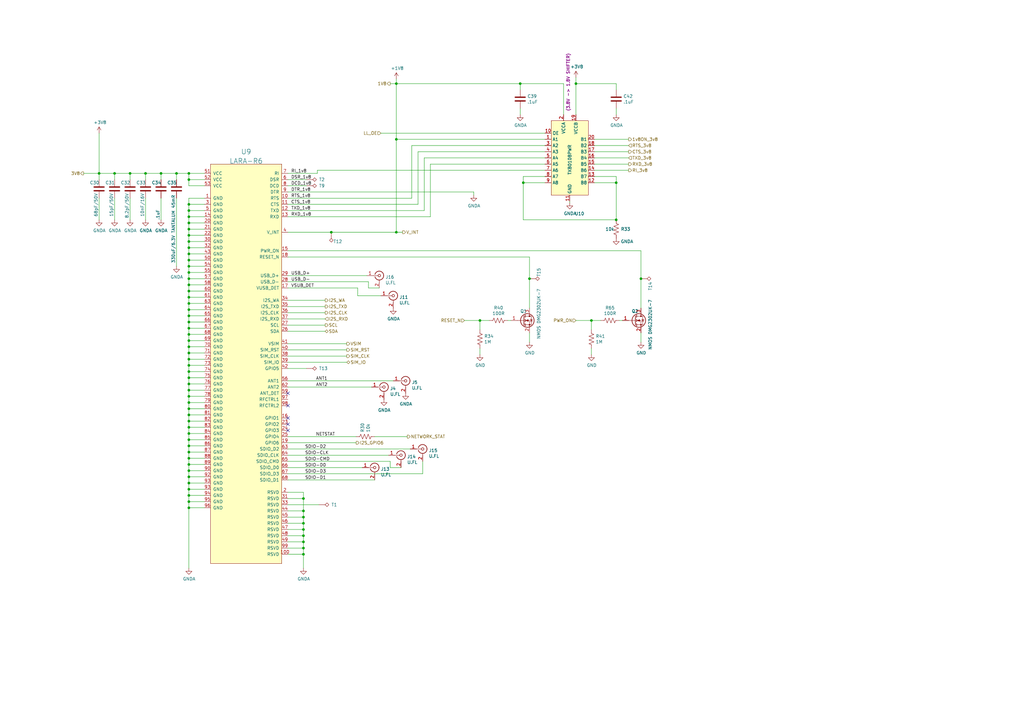
<source format=kicad_sch>
(kicad_sch (version 20211123) (generator eeschema)
  (paper "A3")
  (title_block (title "RCP 4G CELLULAR MODEM"))
  (lib_symbols
    (symbol "Connector:Conn_Coaxial" (pin_names (offset 1.016) hide)
      (property "Reference" "J" (at 0.254 3.048 0))
      (property "Value" "Conn_Coaxial" (at 2.921 0 90))
      (symbol "Conn_Coaxial_0_1"
        (arc (start -1.778 -0.508) (mid 0.222 -1.808) (end 1.778 0) (stroke (width 0.254)))
        (polyline (pts (xy -2.54 0) (xy -0.508 0)))
        (polyline (pts (xy 0 -2.54) (xy 0 -1.778)))
        (circle (center 0 0) (radius 0.508) (stroke (width 0.2032)))
        (arc (start 1.778 0) (mid 0.222 1.8083) (end -1.778 0.508) (stroke (width 0.254)))
      )
      (symbol "Conn_Coaxial_1_1"
        (pin passive line (at -5.08 0 0) (length 2.54) (name "In") (number "1"))
        (pin passive line (at 0 -5.08 90) (length 2.54) (name "Ext") (number "2"))
      )
    )
    (symbol "Connector:TestPoint_Alt" (pin_numbers hide) (pin_names (offset 0.762) hide)
      (property "Reference" "TP" (at 0 6.858 0))
      (property "Value" "TestPoint_Alt" (at 0 5.08 0))
      (symbol "TestPoint_Alt_0_1"
        (polyline (pts (xy 0 2.54) (xy -0.762 3.302) (xy 0 4.064) (xy 0.762 3.302) (xy 0 2.54)))
      )
      (symbol "TestPoint_Alt_1_1"
        (pin passive line (at 0 0 90) (length 2.54) (name "1") (number "1"))
      )
    )
    (symbol "Device:C" (pin_numbers hide) (pin_names (offset 0.254))
      (property "Reference" "C" (at 0.635 2.54 0))
      (property "Value" "C" (at 0.635 -2.54 0))
      (symbol "C_0_1"
        (polyline (pts (xy -2.032 -0.762) (xy 2.032 -0.762)) (stroke (width 0.508)))
        (polyline (pts (xy -2.032 0.762) (xy 2.032 0.762)) (stroke (width 0.508)))
      )
      (symbol "C_1_1"
        (pin passive line (at 0 3.81 270) (length 2.794) (name "~") (number "1"))
        (pin passive line (at 0 -3.81 90) (length 2.794) (name "~") (number "2"))
      )
    )
    (symbol "Device:Q_NMOS_GSD" (pin_names (offset 0) hide)
      (property "Reference" "Q" (at 5.08 1.27 0))
      (property "Value" "Q_NMOS_GSD" (at 5.08 -1.27 0))
      (symbol "Q_NMOS_GSD_0_1"
        (polyline (pts (xy 0.254 0) (xy -2.54 0)))
        (polyline (pts (xy 0.254 1.905) (xy 0.254 -1.905)) (stroke (width 0.254)))
        (polyline (pts (xy 0.762 -1.27) (xy 0.762 -2.286)) (stroke (width 0.254)))
        (polyline (pts (xy 0.762 0.508) (xy 0.762 -0.508)) (stroke (width 0.254)))
        (polyline (pts (xy 0.762 2.286) (xy 0.762 1.27)) (stroke (width 0.254)))
        (polyline (pts (xy 2.54 2.54) (xy 2.54 1.778)))
        (polyline (pts (xy 2.54 -2.54) (xy 2.54 0) (xy 0.762 0)))
        (polyline (pts (xy 0.762 -1.778) (xy 3.302 -1.778) (xy 3.302 1.778) (xy 0.762 1.778)))
        (polyline (pts (xy 1.016 0) (xy 2.032 0.381) (xy 2.032 -0.381) (xy 1.016 0)) (fill (type outline)))
        (polyline (pts (xy 2.794 0.508) (xy 2.921 0.381) (xy 3.683 0.381) (xy 3.81 0.254)))
        (polyline (pts (xy 3.302 0.381) (xy 2.921 -0.254) (xy 3.683 -0.254) (xy 3.302 0.381)))
        (circle (center 1.651 0) (radius 2.794) (stroke (width 0.254)))
        (circle (center 2.54 -1.778) (radius 0.254) (fill (type outline)))
        (circle (center 2.54 1.778) (radius 0.254) (fill (type outline)))
      )
      (symbol "Q_NMOS_GSD_1_1"
        (pin input line (at -5.08 0 0) (length 2.54) (name "G") (number "1"))
        (pin passive line (at 2.54 -5.08 90) (length 2.54) (name "S") (number "2"))
        (pin passive line (at 2.54 5.08 270) (length 2.54) (name "D") (number "3"))
      )
    )
    (symbol "Device:R_US" (pin_numbers hide) (pin_names (offset 0))
      (property "Reference" "R" (at 2.54 0 90))
      (property "Value" "R_US" (at -2.54 0 90))
      (symbol "R_US_0_1"
        (polyline (pts (xy 0 -2.286) (xy 0 -2.54)))
        (polyline (pts (xy 0 2.286) (xy 0 2.54)))
        (polyline (pts (xy 0 -0.762) (xy 1.016 -1.143) (xy 0 -1.524) (xy -1.016 -1.905) (xy 0 -2.286)))
        (polyline (pts (xy 0 0.762) (xy 1.016 0.381) (xy 0 0) (xy -1.016 -0.381) (xy 0 -0.762)))
        (polyline (pts (xy 0 2.286) (xy 1.016 1.905) (xy 0 1.524) (xy -1.016 1.143) (xy 0 0.762)))
      )
      (symbol "R_US_1_1"
        (pin passive line (at 0 3.81 270) (length 1.27) (name "~") (number "1"))
        (pin passive line (at 0 -3.81 90) (length 1.27) (name "~") (number "2"))
      )
    )
    (symbol "MyLibrary:LARA-R6" (pin_names (offset 1.016))
      (property "Reference" "U9" (at -14.605 121.92 0))
      (property "Value" "LARA-R6" (at -14.605 118.11 0))
      (symbol "LARA-R6_0_1"
        (rectangle (start -29.21 116.84) (end 0 -46.99) (fill (type background)))
      )
      (symbol "LARA-R6_1_1"
        (pin power_in line (at -31.75 102.87 0) (length 2.54) (name "GND") (number "1"))
        (pin input line (at 2.54 102.87 180) (length 2.54) (name "RTS") (number "10"))
        (pin bidirectional line (at 2.54 -43.18 180) (length 2.54) (name "RSVD") (number "100"))
        (pin output line (at 2.54 100.33 180) (length 2.54) (name "CTS") (number "11"))
        (pin input line (at 2.54 97.79 180) (length 2.54) (name "TXD") (number "12"))
        (pin output line (at 2.54 95.25 180) (length 2.54) (name "RXD") (number "13"))
        (pin power_in line (at -31.75 95.25 0) (length 2.54) (name "GND") (number "14"))
        (pin input line (at 2.54 81.28 180) (length 2.54) (name "PWR_ON") (number "15"))
        (pin bidirectional line (at 2.54 12.7 180) (length 2.54) (name "GPIO1") (number "16"))
        (pin bidirectional line (at 2.54 66.04 180) (length 2.54) (name "VUSB_DET") (number "17"))
        (pin input line (at 2.54 78.74 180) (length 2.54) (name "RESET_N") (number "18"))
        (pin bidirectional line (at 2.54 2.54 180) (length 2.54) (name "GPIO6") (number "19"))
        (pin bidirectional line (at 2.54 -17.78 180) (length 2.54) (name "RSVD") (number "2"))
        (pin power_in line (at -31.75 92.71 0) (length 2.54) (name "GND") (number "20"))
        (pin power_in line (at -31.75 90.17 0) (length 2.54) (name "GND") (number "21"))
        (pin power_in line (at -31.75 87.63 0) (length 2.54) (name "GND") (number "22"))
        (pin bidirectional line (at 2.54 10.16 180) (length 2.54) (name "GPIO2") (number "23"))
        (pin bidirectional line (at 2.54 7.62 180) (length 2.54) (name "GPIO3") (number "24"))
        (pin bidirectional line (at 2.54 5.08 180) (length 2.54) (name "GPIO4") (number "25"))
        (pin bidirectional line (at 2.54 48.26 180) (length 2.54) (name "SDA") (number "26"))
        (pin output line (at 2.54 50.8 180) (length 2.54) (name "SCL") (number "27"))
        (pin bidirectional line (at 2.54 68.58 180) (length 2.54) (name "USB_D-") (number "28"))
        (pin bidirectional line (at 2.54 71.12 180) (length 2.54) (name "USB_D+") (number "29"))
        (pin bidirectional line (at -31.75 100.33 0) (length 2.54) (name "GND") (number "3"))
        (pin power_in line (at -31.75 85.09 0) (length 2.54) (name "GND") (number "30"))
        (pin bidirectional line (at 2.54 -20.32 180) (length 2.54) (name "RSVD") (number "31"))
        (pin power_in line (at -31.75 82.55 0) (length 2.54) (name "GND") (number "32"))
        (pin bidirectional line (at 2.54 -22.86 180) (length 2.54) (name "RSVD") (number "33"))
        (pin output line (at 2.54 60.96 180) (length 2.54) (name "I2S_WA") (number "34"))
        (pin output line (at 2.54 58.42 180) (length 2.54) (name "I2S_TXD") (number "35"))
        (pin output line (at 2.54 55.88 180) (length 2.54) (name "I2S_CLK") (number "36"))
        (pin input line (at 2.54 53.34 180) (length 2.54) (name "I2S_RXD") (number "37"))
        (pin output line (at 2.54 38.1 180) (length 2.54) (name "SIM_CLK") (number "38"))
        (pin bidirectional line (at 2.54 35.56 180) (length 2.54) (name "SIM_IO") (number "39"))
        (pin power_out line (at 2.54 88.9 180) (length 2.54) (name "V_INT") (number "4"))
        (pin output line (at 2.54 40.64 180) (length 2.54) (name "SIM_RST") (number "40"))
        (pin power_out line (at 2.54 43.18 180) (length 2.54) (name "VSIM") (number "41"))
        (pin bidirectional line (at 2.54 33.02 180) (length 2.54) (name "GPIO5") (number "42"))
        (pin power_in line (at -31.75 80.01 0) (length 2.54) (name "GND") (number "43"))
        (pin bidirectional line (at 2.54 -25.4 180) (length 2.54) (name "RSVD") (number "44"))
        (pin bidirectional line (at 2.54 -27.94 180) (length 2.54) (name "RSVD") (number "45"))
        (pin bidirectional line (at 2.54 -30.48 180) (length 2.54) (name "RSVD") (number "46"))
        (pin bidirectional line (at 2.54 -33.02 180) (length 2.54) (name "RSVD") (number "47"))
        (pin bidirectional line (at 2.54 -35.56 180) (length 2.54) (name "RSVD") (number "48"))
        (pin bidirectional line (at 2.54 -38.1 180) (length 2.54) (name "RSVD") (number "49"))
        (pin power_in line (at -31.75 97.79 0) (length 2.54) (name "GND") (number "5"))
        (pin power_in line (at -31.75 77.47 0) (length 2.54) (name "GND") (number "50"))
        (pin power_in line (at -31.75 113.03 0) (length 2.54) (name "VCC") (number "51"))
        (pin power_in line (at -31.75 110.49 0) (length 2.54) (name "VCC") (number "52"))
        (pin power_in line (at -31.75 107.95 0) (length 2.54) (name "VCC") (number "53"))
        (pin power_in line (at -31.75 74.93 0) (length 2.54) (name "GND") (number "54"))
        (pin power_in line (at -31.75 72.39 0) (length 2.54) (name "GND") (number "55"))
        (pin bidirectional line (at 2.54 27.94 180) (length 2.54) (name "ANT1") (number "56"))
        (pin power_in line (at -31.75 69.85 0) (length 2.54) (name "GND") (number "57"))
        (pin power_in line (at -31.75 67.31 0) (length 2.54) (name "GND") (number "58"))
        (pin input line (at 2.54 22.86 180) (length 2.54) (name "ANT_DET") (number "59"))
        (pin output line (at 2.54 110.49 180) (length 2.54) (name "DSR") (number "6"))
        (pin power_in line (at -31.75 64.77 0) (length 2.54) (name "GND") (number "60"))
        (pin power_in line (at -31.75 62.23 0) (length 2.54) (name "GND") (number "61"))
        (pin input line (at 2.54 25.4 180) (length 2.54) (name "ANT2") (number "62"))
        (pin power_in line (at -31.75 59.69 0) (length 2.54) (name "GND") (number "63"))
        (pin bidirectional line (at 2.54 0 180) (length 2.54) (name "SDIO_D2") (number "63"))
        (pin power_in line (at -31.75 57.15 0) (length 2.54) (name "GND") (number "64"))
        (pin output line (at 2.54 -2.54 180) (length 2.54) (name "SDIO_CLK") (number "64"))
        (pin power_in line (at -31.75 54.61 0) (length 2.54) (name "GND") (number "65"))
        (pin bidirectional line (at 2.54 -5.08 180) (length 2.54) (name "SDIO_CMD") (number "65"))
        (pin power_in line (at -31.75 52.07 0) (length 2.54) (name "GND") (number "66"))
        (pin bidirectional line (at 2.54 -7.62 180) (length 2.54) (name "SDIO_D0") (number "66"))
        (pin power_in line (at -31.75 49.53 0) (length 2.54) (name "GND") (number "67"))
        (pin bidirectional line (at 2.54 -10.16 180) (length 2.54) (name "SDIO_D3") (number "67"))
        (pin power_in line (at -31.75 46.99 0) (length 2.54) (name "GND") (number "68"))
        (pin bidirectional line (at 2.54 -12.7 180) (length 2.54) (name "SDIO_D1") (number "68"))
        (pin power_in line (at -31.75 44.45 0) (length 2.54) (name "GND") (number "69"))
        (pin output line (at 2.54 113.03 180) (length 2.54) (name "RI") (number "7"))
        (pin power_in line (at -31.75 41.91 0) (length 2.54) (name "GND") (number "70"))
        (pin power_in line (at -31.75 39.37 0) (length 2.54) (name "GND") (number "71"))
        (pin power_in line (at -31.75 36.83 0) (length 2.54) (name "GND") (number "72"))
        (pin power_in line (at -31.75 34.29 0) (length 2.54) (name "GND") (number "73"))
        (pin power_in line (at -31.75 31.75 0) (length 2.54) (name "GND") (number "74"))
        (pin power_in line (at -31.75 29.21 0) (length 2.54) (name "GND") (number "75"))
        (pin power_in line (at -31.75 26.67 0) (length 2.54) (name "GND") (number "76"))
        (pin power_in line (at -31.75 24.13 0) (length 2.54) (name "GND") (number "77"))
        (pin power_in line (at -31.75 21.59 0) (length 2.54) (name "GND") (number "78"))
        (pin power_in line (at -31.75 19.05 0) (length 2.54) (name "GND") (number "79"))
        (pin output line (at 2.54 107.95 180) (length 2.54) (name "DCD") (number "8"))
        (pin power_in line (at -31.75 16.51 0) (length 2.54) (name "GND") (number "80"))
        (pin power_in line (at -31.75 13.97 0) (length 2.54) (name "GND") (number "81"))
        (pin power_in line (at -31.75 11.43 0) (length 2.54) (name "GND") (number "82"))
        (pin power_in line (at -31.75 8.89 0) (length 2.54) (name "GND") (number "83"))
        (pin power_in line (at -31.75 6.35 0) (length 2.54) (name "GND") (number "84"))
        (pin power_in line (at -31.75 3.81 0) (length 2.54) (name "GND") (number "85"))
        (pin power_in line (at -31.75 1.27 0) (length 2.54) (name "GND") (number "86"))
        (pin power_in line (at -31.75 -1.27 0) (length 2.54) (name "GND") (number "87"))
        (pin power_in line (at -31.75 -3.81 0) (length 2.54) (name "GND") (number "88"))
        (pin power_in line (at -31.75 -6.35 0) (length 2.54) (name "GND") (number "89"))
        (pin input line (at 2.54 105.41 180) (length 2.54) (name "DTR") (number "9"))
        (pin power_in line (at -31.75 -8.89 0) (length 2.54) (name "GND") (number "90"))
        (pin power_in line (at -31.75 -11.43 0) (length 2.54) (name "GND") (number "92"))
        (pin power_in line (at -31.75 -16.51 0) (length 2.54) (name "GND") (number "93"))
        (pin power_in line (at -31.75 -13.97 0) (length 2.54) (name "GND") (number "93"))
        (pin power_in line (at -31.75 -19.05 0) (length 2.54) (name "GND") (number "94"))
        (pin power_in line (at -31.75 -21.59 0) (length 2.54) (name "GND") (number "95"))
        (pin power_in line (at -31.75 -24.13 0) (length 2.54) (name "GND") (number "96"))
        (pin output line (at 2.54 20.32 180) (length 2.54) (name "RFCTRL1") (number "97"))
        (pin output line (at 2.54 17.78 180) (length 2.54) (name "RFCTRL2") (number "98"))
        (pin bidirectional line (at 2.54 -40.64 180) (length 2.54) (name "RSVD") (number "99"))
      )
    )
    (symbol "MyLibrary:TXB0108PWR"
      (property "Reference" "U" (at 1.27 7.62 0))
      (property "Value" "TXB0108PWR" (at 0 -0.635 90))
      (symbol "TXB0108PWR_0_1"
        (rectangle (start -7.62 13.97) (end 7.62 -16.51) (fill (type background)))
      )
      (symbol "TXB0108PWR_1_1"
        (pin bidirectional line (at -10.16 6.35 0) (length 2.54) (name "A1") (number "1"))
        (pin bidirectional line (at -10.16 8.89 0) (length 2.54) (name "OE") (number "10"))
        (pin bidirectional line (at 0 -19.05 90) (length 2.54) (name "GND") (number "11"))
        (pin bidirectional line (at 10.16 -11.43 180) (length 2.54) (name "B8") (number "12"))
        (pin bidirectional line (at 10.16 -8.89 180) (length 2.54) (name "B7") (number "13"))
        (pin bidirectional line (at 10.16 -6.35 180) (length 2.54) (name "B6") (number "14"))
        (pin bidirectional line (at 10.16 -3.81 180) (length 2.54) (name "B5") (number "15"))
        (pin bidirectional line (at 10.16 -1.27 180) (length 2.54) (name "B4") (number "16"))
        (pin bidirectional line (at 10.16 1.27 180) (length 2.54) (name "B3") (number "17"))
        (pin bidirectional line (at 10.16 3.81 180) (length 2.54) (name "B2") (number "18"))
        (pin bidirectional line (at 2.54 16.51 270) (length 2.54) (name "VCCB") (number "19"))
        (pin bidirectional line (at -2.54 16.51 270) (length 2.54) (name "VCCA") (number "2"))
        (pin bidirectional line (at 10.16 6.35 180) (length 2.54) (name "B1") (number "20"))
        (pin bidirectional line (at -10.16 3.81 0) (length 2.54) (name "A2") (number "3"))
        (pin bidirectional line (at -10.16 1.27 0) (length 2.54) (name "A3") (number "4"))
        (pin bidirectional line (at -10.16 -1.27 0) (length 2.54) (name "A4") (number "5"))
        (pin bidirectional line (at -10.16 -3.81 0) (length 2.54) (name "A5") (number "6"))
        (pin bidirectional line (at -10.16 -6.35 0) (length 2.54) (name "A6") (number "7"))
        (pin bidirectional line (at -10.16 -8.89 0) (length 2.54) (name "A7") (number "8"))
        (pin bidirectional line (at -10.16 -11.43 0) (length 2.54) (name "A8") (number "9"))
      )
    )
    (symbol "power:+1V8" (power) (pin_names (offset 0))
      (property "Value" "+1V8" (at 0 3.556 0))
      (symbol "+1V8_0_1"
        (polyline (pts (xy -0.762 1.27) (xy 0 2.54)))
        (polyline (pts (xy 0 0) (xy 0 2.54)))
        (polyline (pts (xy 0 2.54) (xy 0.762 1.27)))
      )
      (symbol "+1V8_1_1"
        (pin power_in line (at 0 0 90) (length 0) hide (name "+1V8") (number "1"))
      )
    )
    (symbol "power:+3V8" (power) (pin_names (offset 0))
      (property "Value" "+3V8" (at 0 3.556 0))
      (symbol "+3V8_0_1"
        (polyline (pts (xy -0.762 1.27) (xy 0 2.54)))
        (polyline (pts (xy 0 0) (xy 0 2.54)))
        (polyline (pts (xy 0 2.54) (xy 0.762 1.27)))
      )
      (symbol "+3V8_1_1"
        (pin power_in line (at 0 0 90) (length 0) hide (name "+3V8") (number "1"))
      )
    )
    (symbol "power:GND" (power) (pin_names (offset 0))
      (property "Value" "GND" (at 0 -3.81 0))
      (symbol "GND_0_1"
        (polyline (pts (xy 0 0) (xy 0 -1.27) (xy 1.27 -1.27) (xy 0 -2.54) (xy -1.27 -1.27) (xy 0 -1.27)))
      )
      (symbol "GND_1_1"
        (pin power_in line (at 0 0 270) (length 0) hide (name "GND") (number "1"))
      )
    )
    (symbol "power:GNDA" (power) (pin_names (offset 0))
      (property "Value" "GNDA" (at 0 -3.81 0))
      (symbol "GNDA_0_1"
        (polyline (pts (xy 0 0) (xy 0 -1.27) (xy 1.27 -1.27) (xy 0 -2.54) (xy -1.27 -1.27) (xy 0 -1.27)))
      )
      (symbol "GNDA_1_1"
        (pin power_in line (at 0 0 270) (length 0) hide (name "GNDA") (number "1"))
      )
    )
  )
  (junction (at 77.47 93.98))
  (junction (at 77.47 193.04))
  (junction (at 77.47 203.2))
  (junction (at 214.63 74.93))
  (junction (at 162.56 95.25))
  (junction (at 77.47 187.96))
  (junction (at 77.47 116.84))
  (junction (at 252.73 90.17))
  (junction (at 77.47 200.66))
  (junction (at 77.47 152.4))
  (junction (at 196.85 131.445))
  (junction (at 77.47 205.74))
  (junction (at 77.47 142.24))
  (junction (at 77.47 106.68))
  (junction (at 77.47 124.46))
  (junction (at 217.17 114.3))
  (junction (at 77.47 129.54))
  (junction (at 77.47 170.18))
  (junction (at 77.47 195.58))
  (junction (at 124.46 227.33))
  (junction (at 77.47 157.48))
  (junction (at 77.47 114.3))
  (junction (at 77.47 137.16))
  (junction (at 77.47 198.12))
  (junction (at 72.39 71.12))
  (junction (at 213.36 34.29))
  (junction (at 77.47 162.56))
  (junction (at 124.46 222.25))
  (junction (at 53.34 71.12))
  (junction (at 242.57 131.445))
  (junction (at 77.47 88.9))
  (junction (at 262.89 114.3))
  (junction (at 124.46 209.55))
  (junction (at 124.46 214.63))
  (junction (at 66.04 71.12))
  (junction (at 77.47 139.7))
  (junction (at 77.47 111.76))
  (junction (at 77.47 190.5))
  (junction (at 77.47 185.42))
  (junction (at 77.47 175.26))
  (junction (at 162.56 34.29))
  (junction (at 77.47 83.82))
  (junction (at 77.47 104.14))
  (junction (at 77.47 121.92))
  (junction (at 77.47 144.78))
  (junction (at 135.89 95.25))
  (junction (at 77.47 182.88))
  (junction (at 40.64 71.12))
  (junction (at 77.47 99.06))
  (junction (at 77.47 101.6))
  (junction (at 77.47 109.22))
  (junction (at 77.47 71.12))
  (junction (at 236.22 34.29))
  (junction (at 77.47 180.34))
  (junction (at 77.47 208.28))
  (junction (at 77.47 134.62))
  (junction (at 59.69 71.12))
  (junction (at 77.47 119.38))
  (junction (at 77.47 165.1))
  (junction (at 162.56 57.15))
  (junction (at 77.47 147.32))
  (junction (at 77.47 160.02))
  (junction (at 77.47 172.72))
  (junction (at 77.47 127))
  (junction (at 77.47 177.8))
  (junction (at 124.46 204.47))
  (junction (at 77.47 73.66))
  (junction (at 77.47 154.94))
  (junction (at 124.46 219.71))
  (junction (at 46.99 71.12))
  (junction (at 77.47 167.64))
  (junction (at 124.46 212.09))
  (junction (at 252.73 74.93))
  (junction (at 77.47 149.86))
  (junction (at 77.47 132.08))
  (junction (at 77.47 91.44))
  (junction (at 77.47 96.52))
  (junction (at 124.46 224.79))
  (junction (at 124.46 217.17))
  (junction (at 77.47 86.36))
  (no_connect (at 118.11 176.53))
  (no_connect (at 118.11 173.99))
  (no_connect (at 118.11 166.37))
  (no_connect (at 118.11 171.45))
  (no_connect (at 118.11 161.29))
  (wire (pts (xy 77.47 152.4) (xy 77.47 154.94)))
  (wire (pts (xy 77.47 76.2) (xy 83.82 76.2)))
  (wire (pts (xy 77.47 137.16) (xy 83.82 137.16)))
  (wire (pts (xy 173.355 194.31) (xy 173.355 189.23)))
  (wire (pts (xy 77.47 111.76) (xy 83.82 111.76)))
  (wire (pts (xy 77.47 167.64) (xy 77.47 170.18)))
  (wire (pts (xy 252.73 90.17) (xy 252.73 74.93)))
  (wire (pts (xy 59.69 90.17) (xy 59.69 81.28)))
  (wire (pts (xy 176.53 67.31) (xy 176.53 88.9)))
  (wire (pts (xy 77.47 116.84) (xy 77.47 119.38)))
  (wire (pts (xy 242.57 145.415) (xy 242.57 142.875)))
  (wire (pts (xy 77.47 190.5) (xy 77.47 193.04)))
  (wire (pts (xy 77.47 187.96) (xy 83.82 187.96)))
  (wire (pts (xy 77.47 106.68) (xy 83.82 106.68)))
  (wire (pts (xy 124.46 214.63) (xy 124.46 217.17)))
  (wire (pts (xy 77.47 195.58) (xy 77.47 198.12)))
  (wire (pts (xy 118.11 212.09) (xy 124.46 212.09)))
  (wire (pts (xy 118.11 191.77) (xy 148.59 191.77)))
  (wire (pts (xy 243.84 64.77) (xy 257.81 64.77)))
  (wire (pts (xy 77.47 86.36) (xy 77.47 88.9)))
  (wire (pts (xy 40.64 73.66) (xy 40.64 71.12)))
  (wire (pts (xy 77.47 165.1) (xy 77.47 167.64)))
  (wire (pts (xy 118.11 125.73) (xy 133.35 125.73)))
  (wire (pts (xy 53.34 71.12) (xy 46.99 71.12)))
  (wire (pts (xy 83.82 114.3) (xy 77.47 114.3)))
  (wire (pts (xy 118.11 115.57) (xy 151.13 115.57)))
  (wire (pts (xy 208.28 131.445) (xy 209.55 131.445)))
  (wire (pts (xy 77.47 149.86) (xy 77.47 152.4)))
  (wire (pts (xy 124.46 217.17) (xy 124.46 219.71)))
  (wire (pts (xy 118.11 222.25) (xy 124.46 222.25)))
  (wire (pts (xy 236.22 131.445) (xy 242.57 131.445)))
  (wire (pts (xy 77.47 160.02) (xy 77.47 162.56)))
  (wire (pts (xy 135.89 95.25) (xy 162.56 95.25)))
  (wire (pts (xy 77.47 104.14) (xy 77.47 106.68)))
  (wire (pts (xy 83.82 160.02) (xy 77.47 160.02)))
  (wire (pts (xy 118.11 143.51) (xy 142.24 143.51)))
  (wire (pts (xy 124.46 212.09) (xy 124.46 214.63)))
  (wire (pts (xy 262.89 136.525) (xy 262.89 140.335)))
  (wire (pts (xy 118.11 81.28) (xy 168.91 81.28)))
  (wire (pts (xy 153.67 179.07) (xy 167.005 179.07)))
  (wire (pts (xy 83.82 81.28) (xy 77.47 81.28)))
  (wire (pts (xy 59.69 71.12) (xy 66.04 71.12)))
  (wire (pts (xy 83.82 88.9) (xy 77.47 88.9)))
  (wire (pts (xy 77.47 116.84) (xy 83.82 116.84)))
  (wire (pts (xy 77.47 162.56) (xy 77.47 165.1)))
  (wire (pts (xy 77.47 200.66) (xy 77.47 203.2)))
  (wire (pts (xy 77.47 71.12) (xy 77.47 73.66)))
  (wire (pts (xy 118.11 105.41) (xy 217.17 105.41)))
  (wire (pts (xy 252.73 72.39) (xy 252.73 74.93)))
  (wire (pts (xy 118.11 189.23) (xy 160.02 189.23)))
  (wire (pts (xy 83.82 104.14) (xy 77.47 104.14)))
  (wire (pts (xy 77.47 187.96) (xy 77.47 190.5)))
  (wire (pts (xy 77.47 193.04) (xy 83.82 193.04)))
  (wire (pts (xy 160.02 34.29) (xy 162.56 34.29)))
  (wire (pts (xy 77.47 121.92) (xy 77.47 124.46)))
  (wire (pts (xy 77.47 101.6) (xy 77.47 104.14)))
  (wire (pts (xy 151.13 118.11) (xy 151.13 115.57)))
  (wire (pts (xy 118.11 86.36) (xy 173.99 86.36)))
  (wire (pts (xy 77.47 73.66) (xy 77.47 76.2)))
  (wire (pts (xy 77.47 106.68) (xy 77.47 109.22)))
  (wire (pts (xy 77.47 127) (xy 83.82 127)))
  (wire (pts (xy 77.47 119.38) (xy 77.47 121.92)))
  (wire (pts (xy 77.47 203.2) (xy 77.47 205.74)))
  (wire (pts (xy 223.52 67.31) (xy 176.53 67.31)))
  (wire (pts (xy 77.47 91.44) (xy 77.47 93.98)))
  (wire (pts (xy 77.47 198.12) (xy 83.82 198.12)))
  (wire (pts (xy 77.47 177.8) (xy 77.47 180.34)))
  (wire (pts (xy 217.17 105.41) (xy 217.17 114.3)))
  (wire (pts (xy 77.47 157.48) (xy 83.82 157.48)))
  (wire (pts (xy 118.11 201.93) (xy 124.46 201.93)))
  (wire (pts (xy 83.82 182.88) (xy 77.47 182.88)))
  (wire (pts (xy 118.11 102.87) (xy 262.89 102.87)))
  (wire (pts (xy 77.47 182.88) (xy 77.47 185.42)))
  (wire (pts (xy 252.73 34.29) (xy 252.73 36.83)))
  (wire (pts (xy 83.82 139.7) (xy 77.47 139.7)))
  (wire (pts (xy 83.82 154.94) (xy 77.47 154.94)))
  (wire (pts (xy 77.47 132.08) (xy 83.82 132.08)))
  (wire (pts (xy 173.99 64.77) (xy 223.52 64.77)))
  (wire (pts (xy 83.82 195.58) (xy 77.47 195.58)))
  (wire (pts (xy 77.47 172.72) (xy 83.82 172.72)))
  (wire (pts (xy 72.39 109.22) (xy 72.39 81.28)))
  (wire (pts (xy 118.11 156.21) (xy 161.29 156.21)))
  (wire (pts (xy 40.64 90.17) (xy 40.64 81.28)))
  (wire (pts (xy 77.47 142.24) (xy 83.82 142.24)))
  (wire (pts (xy 118.11 186.69) (xy 159.385 186.69)))
  (wire (pts (xy 214.63 90.17) (xy 252.73 90.17)))
  (wire (pts (xy 66.04 90.17) (xy 66.04 81.28)))
  (wire (pts (xy 77.47 172.72) (xy 77.47 175.26)))
  (wire (pts (xy 34.29 71.12) (xy 40.64 71.12)))
  (wire (pts (xy 77.47 185.42) (xy 77.47 187.96)))
  (wire (pts (xy 223.52 54.61) (xy 156.21 54.61)))
  (wire (pts (xy 124.46 201.93) (xy 124.46 204.47)))
  (wire (pts (xy 77.47 175.26) (xy 77.47 177.8)))
  (wire (pts (xy 257.81 67.31) (xy 243.84 67.31)))
  (wire (pts (xy 165.1 95.25) (xy 162.56 95.25)))
  (wire (pts (xy 243.84 57.15) (xy 257.81 57.15)))
  (wire (pts (xy 118.11 179.07) (xy 146.05 179.07)))
  (wire (pts (xy 77.47 142.24) (xy 77.47 144.78)))
  (wire (pts (xy 77.47 101.6) (xy 83.82 101.6)))
  (wire (pts (xy 217.17 114.3) (xy 217.17 126.365)))
  (wire (pts (xy 196.85 135.255) (xy 196.85 131.445)))
  (wire (pts (xy 118.11 207.01) (xy 130.81 207.01)))
  (wire (pts (xy 146.685 118.11) (xy 146.685 121.285)))
  (wire (pts (xy 262.89 102.87) (xy 262.89 114.3)))
  (wire (pts (xy 155.575 118.11) (xy 151.13 118.11)))
  (wire (pts (xy 124.46 224.79) (xy 124.46 227.33)))
  (wire (pts (xy 77.47 139.7) (xy 77.47 142.24)))
  (wire (pts (xy 77.47 124.46) (xy 77.47 127)))
  (wire (pts (xy 77.47 208.28) (xy 77.47 233.045)))
  (wire (pts (xy 77.47 71.12) (xy 83.82 71.12)))
  (wire (pts (xy 124.46 224.79) (xy 118.11 224.79)))
  (wire (pts (xy 77.47 152.4) (xy 83.82 152.4)))
  (wire (pts (xy 77.47 157.48) (xy 77.47 160.02)))
  (wire (pts (xy 83.82 124.46) (xy 77.47 124.46)))
  (wire (pts (xy 231.14 46.99) (xy 231.14 34.29)))
  (wire (pts (xy 77.47 93.98) (xy 77.47 96.52)))
  (wire (pts (xy 118.11 123.19) (xy 133.35 123.19)))
  (wire (pts (xy 196.85 131.445) (xy 200.66 131.445)))
  (wire (pts (xy 77.47 91.44) (xy 83.82 91.44)))
  (wire (pts (xy 162.56 34.29) (xy 213.36 34.29)))
  (wire (pts (xy 77.47 198.12) (xy 77.47 200.66)))
  (wire (pts (xy 173.99 86.36) (xy 173.99 64.77)))
  (wire (pts (xy 77.47 96.52) (xy 77.47 99.06)))
  (wire (pts (xy 118.11 148.59) (xy 142.24 148.59)))
  (wire (pts (xy 118.11 76.2) (xy 125.73 76.2)))
  (wire (pts (xy 223.52 74.93) (xy 214.63 74.93)))
  (wire (pts (xy 77.47 137.16) (xy 77.47 139.7)))
  (wire (pts (xy 77.47 132.08) (xy 77.47 134.62)))
  (wire (pts (xy 59.69 73.66) (xy 59.69 71.12)))
  (wire (pts (xy 118.11 88.9) (xy 176.53 88.9)))
  (wire (pts (xy 124.46 209.55) (xy 124.46 212.09)))
  (wire (pts (xy 83.82 200.66) (xy 77.47 200.66)))
  (wire (pts (xy 83.82 149.86) (xy 77.47 149.86)))
  (wire (pts (xy 243.84 72.39) (xy 252.73 72.39)))
  (wire (pts (xy 243.84 59.69) (xy 257.81 59.69)))
  (wire (pts (xy 252.73 46.99) (xy 252.73 44.45)))
  (wire (pts (xy 233.68 83.185) (xy 233.68 82.55)))
  (wire (pts (xy 77.47 203.2) (xy 83.82 203.2)))
  (wire (pts (xy 168.91 59.69) (xy 223.52 59.69)))
  (wire (pts (xy 77.47 83.82) (xy 77.47 86.36)))
  (wire (pts (xy 77.47 109.22) (xy 77.47 111.76)))
  (wire (pts (xy 118.11 130.81) (xy 133.35 130.81)))
  (wire (pts (xy 118.11 95.25) (xy 135.89 95.25)))
  (wire (pts (xy 236.22 46.99) (xy 236.22 34.29)))
  (wire (pts (xy 124.46 209.55) (xy 118.11 209.55)))
  (wire (pts (xy 77.47 154.94) (xy 77.47 157.48)))
  (wire (pts (xy 124.46 219.71) (xy 118.11 219.71)))
  (wire (pts (xy 77.47 111.76) (xy 77.47 114.3)))
  (wire (pts (xy 83.82 119.38) (xy 77.47 119.38)))
  (wire (pts (xy 77.47 121.92) (xy 83.82 121.92)))
  (wire (pts (xy 83.82 190.5) (xy 77.47 190.5)))
  (wire (pts (xy 118.11 158.75) (xy 152.4 158.75)))
  (wire (pts (xy 83.82 205.74) (xy 77.47 205.74)))
  (wire (pts (xy 53.34 71.12) (xy 59.69 71.12)))
  (wire (pts (xy 213.36 36.83) (xy 213.36 34.29)))
  (wire (pts (xy 243.84 69.85) (xy 257.81 69.85)))
  (wire (pts (xy 118.11 181.61) (xy 146.05 181.61)))
  (wire (pts (xy 77.47 180.34) (xy 77.47 182.88)))
  (wire (pts (xy 77.47 193.04) (xy 77.47 195.58)))
  (wire (pts (xy 83.82 144.78) (xy 77.47 144.78)))
  (wire (pts (xy 118.11 194.31) (xy 173.355 194.31)))
  (wire (pts (xy 77.47 147.32) (xy 77.47 149.86)))
  (wire (pts (xy 236.22 34.29) (xy 252.73 34.29)))
  (wire (pts (xy 83.82 109.22) (xy 77.47 109.22)))
  (wire (pts (xy 118.11 146.05) (xy 142.24 146.05)))
  (wire (pts (xy 223.52 69.85) (xy 130.175 69.85)))
  (wire (pts (xy 236.22 34.29) (xy 236.22 31.75)))
  (wire (pts (xy 190.5 131.445) (xy 196.85 131.445)))
  (wire (pts (xy 83.82 177.8) (xy 77.47 177.8)))
  (wire (pts (xy 168.91 81.28) (xy 168.91 59.69)))
  (wire (pts (xy 118.11 196.85) (xy 153.67 196.85)))
  (wire (pts (xy 77.47 167.64) (xy 83.82 167.64)))
  (wire (pts (xy 83.82 83.82) (xy 77.47 83.82)))
  (wire (pts (xy 77.47 129.54) (xy 77.47 132.08)))
  (wire (pts (xy 118.11 204.47) (xy 124.46 204.47)))
  (wire (pts (xy 217.17 136.525) (xy 217.17 140.335)))
  (wire (pts (xy 83.82 93.98) (xy 77.47 93.98)))
  (wire (pts (xy 118.11 184.15) (xy 168.275 184.15)))
  (wire (pts (xy 213.36 34.29) (xy 231.14 34.29)))
  (wire (pts (xy 66.04 73.66) (xy 66.04 71.12)))
  (wire (pts (xy 83.82 185.42) (xy 77.47 185.42)))
  (wire (pts (xy 118.11 118.11) (xy 146.685 118.11)))
  (wire (pts (xy 162.56 32.385) (xy 162.56 34.29)))
  (wire (pts (xy 130.175 69.85) (xy 130.175 71.12)))
  (wire (pts (xy 118.11 217.17) (xy 124.46 217.17)))
  (wire (pts (xy 171.45 62.23) (xy 171.45 83.82)))
  (wire (pts (xy 77.47 147.32) (xy 83.82 147.32)))
  (wire (pts (xy 160.02 191.77) (xy 164.465 191.77)))
  (wire (pts (xy 77.47 127) (xy 77.47 129.54)))
  (wire (pts (xy 125.73 73.66) (xy 118.11 73.66)))
  (wire (pts (xy 77.47 180.34) (xy 83.82 180.34)))
  (wire (pts (xy 77.47 162.56) (xy 83.82 162.56)))
  (wire (pts (xy 243.84 74.93) (xy 252.73 74.93)))
  (wire (pts (xy 77.47 170.18) (xy 77.47 172.72)))
  (wire (pts (xy 162.56 34.29) (xy 162.56 57.15)))
  (wire (pts (xy 83.82 99.06) (xy 77.47 99.06)))
  (wire (pts (xy 124.46 219.71) (xy 124.46 222.25)))
  (wire (pts (xy 118.11 227.33) (xy 124.46 227.33)))
  (wire (pts (xy 83.82 73.66) (xy 77.47 73.66)))
  (wire (pts (xy 118.11 128.27) (xy 133.35 128.27)))
  (wire (pts (xy 118.11 71.12) (xy 130.175 71.12)))
  (wire (pts (xy 118.11 133.35) (xy 133.35 133.35)))
  (wire (pts (xy 162.56 57.15) (xy 223.52 57.15)))
  (wire (pts (xy 242.57 131.445) (xy 246.38 131.445)))
  (wire (pts (xy 83.82 175.26) (xy 77.47 175.26)))
  (wire (pts (xy 77.47 208.28) (xy 83.82 208.28)))
  (wire (pts (xy 46.99 71.12) (xy 40.64 71.12)))
  (wire (pts (xy 162.56 95.25) (xy 162.56 57.15)))
  (wire (pts (xy 223.52 62.23) (xy 171.45 62.23)))
  (wire (pts (xy 196.85 145.415) (xy 196.85 142.875)))
  (wire (pts (xy 160.02 189.23) (xy 160.02 191.77)))
  (wire (pts (xy 146.685 121.285) (xy 156.21 121.285)))
  (wire (pts (xy 77.47 86.36) (xy 83.82 86.36)))
  (wire (pts (xy 66.04 71.12) (xy 72.39 71.12)))
  (wire (pts (xy 118.11 83.82) (xy 171.45 83.82)))
  (wire (pts (xy 46.99 73.66) (xy 46.99 71.12)))
  (wire (pts (xy 257.81 62.23) (xy 243.84 62.23)))
  (wire (pts (xy 118.11 140.97) (xy 142.24 140.97)))
  (wire (pts (xy 72.39 73.66) (xy 72.39 71.12)))
  (wire (pts (xy 77.47 96.52) (xy 83.82 96.52)))
  (wire (pts (xy 83.82 134.62) (xy 77.47 134.62)))
  (wire (pts (xy 262.89 114.3) (xy 262.89 126.365)))
  (wire (pts (xy 77.47 88.9) (xy 77.47 91.44)))
  (wire (pts (xy 214.63 72.39) (xy 214.63 74.93)))
  (wire (pts (xy 124.46 222.25) (xy 124.46 224.79)))
  (wire (pts (xy 77.47 81.28) (xy 77.47 83.82)))
  (wire (pts (xy 72.39 71.12) (xy 77.47 71.12)))
  (wire (pts (xy 118.11 113.03) (xy 150.495 113.03)))
  (wire (pts (xy 124.46 204.47) (xy 124.46 209.55)))
  (wire (pts (xy 118.11 151.13) (xy 125.73 151.13)))
  (wire (pts (xy 124.46 214.63) (xy 118.11 214.63)))
  (wire (pts (xy 53.34 73.66) (xy 53.34 71.12)))
  (wire (pts (xy 124.46 227.33) (xy 124.46 233.045)))
  (wire (pts (xy 77.47 205.74) (xy 77.47 208.28)))
  (wire (pts (xy 223.52 72.39) (xy 214.63 72.39)))
  (wire (pts (xy 118.11 78.74) (xy 194.31 78.74)))
  (wire (pts (xy 83.82 129.54) (xy 77.47 129.54)))
  (wire (pts (xy 77.47 144.78) (xy 77.47 147.32)))
  (wire (pts (xy 53.34 90.17) (xy 53.34 81.28)))
  (wire (pts (xy 40.64 54.61) (xy 40.64 71.12)))
  (wire (pts (xy 242.57 135.255) (xy 242.57 131.445)))
  (wire (pts (xy 213.36 44.45) (xy 213.36 46.99)))
  (wire (pts (xy 254 131.445) (xy 255.27 131.445)))
  (wire (pts (xy 77.47 114.3) (xy 77.47 116.84)))
  (wire (pts (xy 194.31 78.74) (xy 194.31 80.01)))
  (wire (pts (xy 46.99 90.17) (xy 46.99 81.28)))
  (wire (pts (xy 77.47 134.62) (xy 77.47 137.16)))
  (wire (pts (xy 83.82 170.18) (xy 77.47 170.18)))
  (wire (pts (xy 118.11 135.89) (xy 133.35 135.89)))
  (wire (pts (xy 77.47 99.06) (xy 77.47 101.6)))
  (wire (pts (xy 214.63 74.93) (xy 214.63 90.17)))
  (wire (pts (xy 83.82 165.1) (xy 77.47 165.1)))
  (label "TXD_1v8" (at 119.38 86.36 0))
  (label "RXD_1v8" (at 119.38 88.9 0))
  (label "SDIO-CLK" (at 125.095 186.69 0))
  (label "USB_D-" (at 119.38 115.57 0))
  (label "ANT1" (at 129.54 156.21 0))
  (label "DSR_1v8" (at 119.38 73.66 0))
  (label "SDIO-D2" (at 125.095 184.15 0))
  (label "RTS_1v8" (at 119.38 81.28 0))
  (label "ANT2" (at 129.54 158.75 0))
  (label "VSUB_DET" (at 119.38 118.11 0))
  (label "CTS_1v8" (at 119.38 83.82 0))
  (label "SDIO-D1" (at 125.095 196.85 0))
  (label "USB_D+" (at 119.38 113.03 0))
  (label "DCD_1v8" (at 119.38 76.2 0))
  (label "SDIO-D0" (at 125.095 191.77 0))
  (label "DTR_1v8" (at 119.38 78.74 0))
  (label "NETSTAT" (at 129.54 179.07 0))
  (label "SDIO-D3" (at 125.095 194.31 0))
  (label "RI_1v8" (at 119.38 71.12 0))
  (label "SDIO-CMD" (at 125.095 189.23 0))
  (hierarchical_label "NETWORK_STAT" (shape output) (at 167.005 179.07 0))
  (hierarchical_label "SIM_IO" (shape bidirectional) (at 142.24 148.59 0))
  (hierarchical_label "SCL" (shape output) (at 133.35 133.35 0))
  (hierarchical_label "SIM_CLK" (shape output) (at 142.24 146.05 0))
  (hierarchical_label "3V8" (shape output) (at 34.29 71.12 180))
  (hierarchical_label "1v8ON_3v8" (shape output) (at 257.81 57.15 0))
  (hierarchical_label "VSIM" (shape output) (at 142.24 140.97 0))
  (hierarchical_label "RTS_3v8" (shape input) (at 257.81 59.69 0))
  (hierarchical_label "RXD_3v8" (shape output) (at 257.81 67.31 0))
  (hierarchical_label "TXD_3v8" (shape input) (at 257.81 64.77 0))
  (hierarchical_label "CTS_3v8" (shape output) (at 257.81 62.23 0))
  (hierarchical_label "I2S_GPIO6" (shape output) (at 146.05 181.61 0))
  (hierarchical_label "RI_3v8" (shape output) (at 257.81 69.85 0))
  (hierarchical_label "LL_OE" (shape input) (at 156.21 54.61 180))
  (hierarchical_label "I2S_TXD" (shape output) (at 133.35 125.73 0))
  (hierarchical_label "I2S_RXD" (shape input) (at 133.35 130.81 0))
  (hierarchical_label "SDA" (shape bidirectional) (at 133.35 135.89 0))
  (hierarchical_label "SIM_RST" (shape output) (at 142.24 143.51 0))
  (hierarchical_label "V_INT" (shape output) (at 165.1 95.25 0))
  (hierarchical_label "PWR_ON" (shape input) (at 236.22 131.445 180))
  (hierarchical_label "1V8" (shape output) (at 160.02 34.29 180))
  (hierarchical_label "I2S_CLK" (shape output) (at 133.35 128.27 0))
  (hierarchical_label "I2S_WA" (shape output) (at 133.35 123.19 0))
  (hierarchical_label "RESET_N" (shape input) (at 190.5 131.445 180))
  (symbol (lib_id "power:+3V8") (at 236.22 31.75 0) (unit 1)
    (property "Reference" "#PWR0182" (effects hide))
    (property "Value" "+3V8" (at 236.601 27.3558 0))
  )
  (symbol (lib_id "Device:C") (at 213.36 40.64 0) (unit 1)
    (property "Reference" "C39" (at 216.281 39.4716 0) (effects (justify left)))
    (property "Value" ".1uF" (at 216.281 41.783 0) (effects (justify left)))
    (property "Footprint" "Capacitor_SMD:C_0603_1608Metric" (effects hide))
  )
  (symbol (lib_id "Device:C") (at 252.73 40.64 0) (unit 1)
    (property "Reference" "C42" (at 255.651 39.4716 0) (effects (justify left)))
    (property "Value" ".1uF" (at 255.651 41.783 0) (effects (justify left)))
    (property "Footprint" "Capacitor_SMD:C_0603_1608Metric" (effects hide))
  )
  (symbol (lib_id "Connector:Conn_Coaxial") (at 157.48 158.75 0) (unit 1)
    (property "Reference" "J4" (at 159.9946 159.3596 0) (effects (justify left)))
    (property "Value" "U.FL" (at 159.9946 161.671 0) (effects (justify left)))
    (property "Footprint" "MyFootprints:U.FL_Molex_MCRF_73412-0110_Vertical" (effects hide))
    (property "Datasheet" " ~" (effects hide))
    (property "Mfg. Name" "Molex" (effects hide))
    (property "Mfg. Part No." "0734120110" (effects hide))
  )
  (symbol (lib_id "power:+3V8") (at 40.64 54.61 0) (unit 1)
    (property "Reference" "#PWR0159" (effects hide))
    (property "Value" "+3V8" (at 41.021 50.2158 0))
  )
  (symbol (lib_id "Device:C") (at 40.64 77.47 0) (unit 1)
    (property "Reference" "C30" (at 36.83 74.93 0) (effects (justify left)))
    (property "Value" "68pF/50V" (at 39.37 88.9 90) (effects (justify left)))
    (property "Footprint" "Capacitor_SMD:C_0603_1608Metric" (effects hide))
    (property "Mfg. Name" "Murata" (effects hide))
    (property "Mfg. Part No." "GRM1555C1H680JA01J" (effects hide))
  )
  (symbol (lib_id "Device:C") (at 46.99 77.47 0) (unit 1)
    (property "Reference" "C31" (at 43.18 74.93 0) (effects (justify left)))
    (property "Value" "15pF/50V" (at 45.72 88.9 90) (effects (justify left)))
    (property "Footprint" "Capacitor_SMD:C_0603_1608Metric" (effects hide))
  )
  (symbol (lib_id "Device:C") (at 53.34 77.47 0) (unit 1)
    (property "Reference" "C32" (at 49.53 74.93 0) (effects (justify left)))
    (property "Value" "8.2pF/50V" (at 52.07 89.535 90) (effects (justify left)))
    (property "Footprint" "Capacitor_SMD:C_0603_1608Metric" (effects hide))
    (property "Mfg. Name" "Yageo" (effects hide))
    (property "Mfg. Part No." "CC0402DRNPO9BN8R2" (effects hide))
  )
  (symbol (lib_id "Device:C") (at 59.69 77.47 0) (unit 1)
    (property "Reference" "C33" (at 55.88 74.93 0) (effects (justify left)))
    (property "Value" "10nF/16V" (at 58.42 88.9 90) (effects (justify left)))
    (property "Footprint" "Capacitor_SMD:C_0603_1608Metric" (effects hide))
  )
  (symbol (lib_id "Device:C") (at 66.04 77.47 0) (unit 1)
    (property "Reference" "C34" (at 62.23 74.93 0) (effects (justify left)))
    (property "Value" ".1uF" (at 64.77 90.17 90) (effects (justify left)))
    (property "Footprint" "Capacitor_SMD:C_0603_1608Metric" (effects hide))
  )
  (symbol (lib_id "Device:C") (at 72.39 77.47 0) (unit 1)
    (property "Reference" "C35" (at 68.58 74.93 0) (effects (justify left)))
    (property "Value" "330uF/6.3V TANTALUM 45mR" (at 71.12 107.95 90) (effects (justify left)))
    (property "Footprint" "MyFootprints:C_2917" (effects hide))
    (property "Mfg. Name" "Kemet" (effects hide))
    (property "Mfg. Part No." "T520D337M006ATE045" (effects hide))
  )
  (symbol (lib_id "Connector:Conn_Coaxial") (at 166.37 156.21 0) (unit 1)
    (property "Reference" "J5" (at 168.8846 156.8196 0) (effects (justify left)))
    (property "Value" "U.FL" (at 168.8846 159.131 0) (effects (justify left)))
    (property "Footprint" "MyFootprints:U.FL_Molex_MCRF_73412-0110_Vertical" (effects hide))
    (property "Datasheet" " ~" (effects hide))
    (property "Mfg. Name" "Molex" (effects hide))
    (property "Mfg. Part No." "0734120110" (effects hide))
  )
  (symbol (lib_id "Connector:TestPoint_Alt") (at 125.73 76.2 270) (unit 1) (in_bom no)
    (property "Reference" "T9" (at 130.81 76.2 90) (effects (justify left)))
    (property "Value" "TestPoint_Alt" (effects hide))
    (property "Footprint" "TestPoint:TestPoint_Pad_1.0x1.0mm" (effects hide))
  )
  (symbol (lib_id "Connector:TestPoint_Alt") (at 125.73 73.66 270) (unit 1) (in_bom no)
    (property "Reference" "T2" (at 130.81 73.66 90) (effects (justify left)))
    (property "Value" "TestPoint_Alt" (effects hide))
    (property "Footprint" "TestPoint:TestPoint_Pad_1.0x1.0mm" (effects hide))
  )
  (symbol (lib_id "Connector:TestPoint_Alt") (at 135.89 95.25 180) (unit 1) (in_bom no)
    (property "Reference" "T12" (at 140.335 99.06 0) (effects (justify left)))
    (property "Value" "TestPoint_Alt" (effects hide))
    (property "Footprint" "TestPoint:TestPoint_Pad_1.0x1.0mm" (effects hide))
  )
  (symbol (lib_id "Connector:TestPoint_Alt") (at 217.17 114.3 270) (unit 1) (in_bom no)
    (property "Reference" "T15" (at 220.98 109.855 0) (effects (justify left)))
    (property "Value" "TestPoint_Alt" (effects hide))
    (property "Footprint" "TestPoint:TestPoint_Pad_1.0x1.0mm" (effects hide))
  )
  (symbol (lib_id "Connector:TestPoint_Alt") (at 262.89 114.3 270) (unit 1) (in_bom no)
    (property "Reference" "T14" (at 266.7 115.57 0) (effects (justify left)))
    (property "Value" "TestPoint_Alt" (effects hide))
    (property "Footprint" "TestPoint:TestPoint_Pad_1.0x1.0mm" (effects hide))
  )
  (symbol (lib_id "Connector:TestPoint_Alt") (at 125.73 151.13 270) (unit 1) (in_bom no)
    (property "Reference" "T13" (at 130.81 151.13 90) (effects (justify left)))
    (property "Value" "TestPoint_Alt" (effects hide))
    (property "Footprint" "TestPoint:TestPoint_Pad_1.0x1.0mm" (effects hide))
  )
  (symbol (lib_id "power:GNDA") (at 40.64 90.17 0) (unit 1)
    (property "Reference" "#PWR0162" (effects hide))
    (property "Value" "GNDA" (at 40.767 94.5642 0))
  )
  (symbol (lib_id "power:GNDA") (at 46.99 90.17 0) (unit 1)
    (property "Reference" "#PWR0163" (effects hide))
    (property "Value" "GNDA" (at 47.117 94.5642 0))
  )
  (symbol (lib_id "power:GNDA") (at 53.34 90.17 0) (unit 1)
    (property "Reference" "#PWR0174" (effects hide))
    (property "Value" "GNDA" (at 53.467 94.5642 0))
  )
  (symbol (lib_id "power:GNDA") (at 59.69 90.17 0) (unit 1)
    (property "Reference" "#PWR0175" (effects hide))
    (property "Value" "GNDA" (at 59.817 94.5642 0))
  )
  (symbol (lib_id "power:GNDA") (at 66.04 90.17 0) (unit 1)
    (property "Reference" "#PWR0176" (effects hide))
    (property "Value" "GNDA" (at 66.167 94.5642 0))
  )
  (symbol (lib_id "power:GNDA") (at 72.39 109.22 0) (unit 1)
    (property "Reference" "#PWR0177" (effects hide))
    (property "Value" "GNDA" (at 72.517 113.6142 0))
  )
  (symbol (lib_id "power:GNDA") (at 194.31 80.01 0) (unit 1)
    (property "Reference" "#PWR0178" (effects hide))
    (property "Value" "GNDA" (at 194.437 84.4042 0))
  )
  (symbol (lib_id "power:GNDA") (at 213.36 46.99 0) (unit 1)
    (property "Reference" "#PWR0180" (effects hide))
    (property "Value" "GNDA" (at 213.487 51.3842 0))
  )
  (symbol (lib_id "power:GNDA") (at 252.73 46.99 0) (unit 1)
    (property "Reference" "#PWR0181" (effects hide))
    (property "Value" "GNDA" (at 252.857 51.3842 0))
  )
  (symbol (lib_id "power:GNDA") (at 233.68 83.185 0) (unit 1)
    (property "Reference" "#PWR0183" (effects hide))
    (property "Value" "GNDA" (at 233.807 87.5792 0))
  )
  (symbol (lib_id "power:GNDA") (at 166.37 161.29 0) (unit 1)
    (property "Reference" "#PWR0185" (effects hide))
    (property "Value" "GNDA" (at 166.497 165.6842 0))
  )
  (symbol (lib_id "power:GNDA") (at 157.48 163.83 0) (unit 1)
    (property "Reference" "#PWR0186" (effects hide))
    (property "Value" "GNDA" (at 157.607 168.2242 0))
  )
  (symbol (lib_id "power:GNDA") (at 124.46 233.045 0) (unit 1)
    (property "Reference" "#PWR0187" (effects hide))
    (property "Value" "GNDA" (at 124.587 237.4392 0))
  )
  (symbol (lib_id "power:GNDA") (at 77.47 233.045 0) (unit 1)
    (property "Reference" "#PWR0188" (effects hide))
    (property "Value" "GNDA" (at 77.597 237.4392 0))
  )
  (symbol (lib_id "Device:R_US") (at 196.85 139.065 0) (unit 1)
    (property "Reference" "R34" (at 198.5772 137.8966 0) (effects (justify left)))
    (property "Value" "1M" (at 198.5772 140.208 0) (effects (justify left)))
    (property "Footprint" "Resistor_SMD:R_0603_1608Metric" (effects hide))
  )
  (symbol (lib_id "Device:R_US") (at 204.47 131.445 270) (unit 1)
    (property "Reference" "R40" (at 204.47 126.238 90))
    (property "Value" "100R" (at 204.47 128.5494 90))
    (property "Footprint" "Resistor_SMD:R_0603_1608Metric" (effects hide))
  )
  (symbol (lib_id "Device:Q_NMOS_GSD") (at 214.63 131.445 0) (unit 1)
    (property "Reference" "Q1" (at 213.36 127.635 0) (effects (justify left)))
    (property "Value" "NMOS DMG2302UK-7 " (at 220.98 139.065 90) (effects (justify left)))
    (property "Footprint" "MyFootprints:SOT-23" (effects hide))
    (property "Datasheet" "https://www.diodes.com/assets/Datasheets/DMG2302UK.pdf" (effects hide))
    (property "Mfg. Name" "Diodes Incorporated" (effects hide))
    (property "Mfg. Part No." "DMG2302UK-7" (effects hide))
  )
  (symbol (lib_id "power:GND") (at 217.17 140.335 0) (unit 1)
    (property "Reference" "#PWR0113" (effects hide))
    (property "Value" "GND" (at 217.297 144.7292 0))
  )
  (symbol (lib_id "power:GND") (at 196.85 145.415 0) (unit 1)
    (property "Reference" "#PWR0114" (effects hide))
    (property "Value" "GND" (at 196.977 149.8092 0))
  )
  (symbol (lib_id "Device:R_US") (at 242.57 139.065 0) (unit 1)
    (property "Reference" "R41" (at 244.2972 137.8966 0) (effects (justify left)))
    (property "Value" "1M" (at 244.2972 140.208 0) (effects (justify left)))
    (property "Footprint" "Resistor_SMD:R_0603_1608Metric" (effects hide))
  )
  (symbol (lib_id "Device:R_US") (at 250.19 131.445 270) (unit 1)
    (property "Reference" "R65" (at 250.19 126.238 90))
    (property "Value" "100R" (at 250.19 128.5494 90))
    (property "Footprint" "Resistor_SMD:R_0603_1608Metric" (effects hide))
  )
  (symbol (lib_id "Device:Q_NMOS_GSD") (at 260.35 131.445 0) (unit 1)
    (property "Reference" "Q2" (at 259.08 127.635 0) (effects (justify left)))
    (property "Value" "NMOS DMG2302UK-7 " (at 266.7 143.51 90) (effects (justify left)))
    (property "Footprint" "MyFootprints:SOT-23" (effects hide))
    (property "Datasheet" "https://www.diodes.com/assets/Datasheets/DMG2302UK.pdf" (effects hide))
    (property "Mfg. Name" "Diodes Incorporated" (effects hide))
    (property "Mfg. Part No." "DMG2302UK-7" (effects hide))
  )
  (symbol (lib_id "power:GND") (at 262.89 140.335 0) (unit 1)
    (property "Reference" "#PWR0116" (effects hide))
    (property "Value" "GND" (at 263.017 144.7292 0))
  )
  (symbol (lib_id "power:GND") (at 242.57 145.415 0) (unit 1)
    (property "Reference" "#PWR0117" (effects hide))
    (property "Value" "GND" (at 242.697 149.8092 0))
  )
  (symbol (lib_id "Device:R_US") (at 252.73 93.98 0) (unit 1)
    (property "Reference" "R33" (at 254.635 93.98 0) (effects (justify left)))
    (property "Value" "10k" (at 248.285 93.98 0) (effects (justify left)))
    (property "Footprint" "Resistor_SMD:R_0603_1608Metric" (effects hide))
  )
  (symbol (lib_id "power:GNDA") (at 252.73 97.79 0) (mirror y) (unit 1)
    (property "Reference" "#PWR0169" (effects hide))
    (property "Value" "GNDA" (at 257.175 99.06 0))
  )
  (symbol (lib_id "Connector:Conn_Coaxial") (at 173.355 184.15 0) (unit 1)
    (property "Reference" "J15" (at 175.8696 184.7596 0) (effects (justify left)))
    (property "Value" "U.FL" (at 175.8696 187.071 0) (effects (justify left)))
    (property "Footprint" "MyFootprints:U.FL_Molex_MCRF_73412-0110_Vertical" (effects hide))
    (property "Datasheet" " ~" (effects hide))
    (property "Mfg. Name" "Molex" (effects hide))
    (property "Mfg. Part No." "0734120110" (effects hide))
  )
  (symbol (lib_id "Connector:Conn_Coaxial") (at 155.575 113.03 0) (unit 1)
    (property "Reference" "J16" (at 158.0896 113.6396 0) (effects (justify left)))
    (property "Value" "U.FL" (at 158.0896 115.951 0) (effects (justify left)))
    (property "Footprint" "MyFootprints:U.FL_Molex_MCRF_73412-0110_Vertical" (effects hide))
    (property "Datasheet" " ~" (effects hide))
    (property "Mfg. Name" "Molex" (effects hide))
    (property "Mfg. Part No." "0734120110" (effects hide))
  )
  (symbol (lib_id "Connector:Conn_Coaxial") (at 164.465 186.69 0) (unit 1)
    (property "Reference" "J14" (at 166.9796 187.2996 0) (effects (justify left)))
    (property "Value" "U.FL" (at 166.9796 189.611 0) (effects (justify left)))
    (property "Footprint" "MyFootprints:U.FL_Molex_MCRF_73412-0110_Vertical" (effects hide))
    (property "Datasheet" " ~" (effects hide))
    (property "Mfg. Name" "Molex" (effects hide))
    (property "Mfg. Part No." "0734120110" (effects hide))
  )
  (symbol (lib_id "Connector:Conn_Coaxial") (at 153.67 191.77 0) (unit 1)
    (property "Reference" "J13" (at 156.1846 192.3796 0) (effects (justify left)))
    (property "Value" "U.FL" (at 156.1846 194.691 0) (effects (justify left)))
    (property "Footprint" "MyFootprints:U.FL_Molex_MCRF_73412-0110_Vertical" (effects hide))
    (property "Datasheet" " ~" (effects hide))
    (property "Mfg. Name" "Molex" (effects hide))
    (property "Mfg. Part No." "0734120110" (effects hide))
  )
  (symbol (lib_id "power:+1V8") (at 162.56 32.385 0) (unit 1)
    (property "Reference" "#PWR0227" (effects hide))
    (property "Value" "+1V8" (at 162.941 27.9908 0))
  )
  (symbol (lib_id "power:GNDA") (at 161.29 126.365 0) (unit 1)
    (property "Reference" "#PWR0251" (effects hide))
    (property "Value" "GNDA" (at 161.417 130.7592 0))
  )
  (symbol (lib_id "MyLibrary:TXB0108PWR") (at 233.68 63.5 0) (unit 1)
    (property "Reference" "U10" (at 235.6994 87.63 0) (effects (justify left)))
    (property "Value" "TXB0108PWR" (at 233.68 71.755 90) (effects (justify left)))
    (property "Footprint" "Package_SO:TSSOP-20_4.4x6.5mm_P0.65mm" (effects hide))
    (property "Label" "(3.8V -> 1.8V SHIFTER)" (at 233.045 33.655 90))
    (property "Mfg. Name" "TI" (effects hide))
    (property "Mfg. Part No." "TXB0108PWR" (effects hide))
  )
  (symbol (lib_id "MyLibrary:LARA-R6") (at 115.57 184.15 0) (unit 1)
    (property "Reference" "U9" (at 100.965 62.23 0) (effects (font (size 2.0066 2.0066))))
    (property "Value" "LARA-R6" (at 100.965 66.04 0) (effects (font (size 2.0066 2.0066))))
    (property "Footprint" "MyFootprints:CellModule_LARA" (effects hide))
    (property "Datasheet" "https://www.u-blox.com/en/product/toby-l2-series" (effects hide))
    (property "Mfg. Name" "u-blox" (effects hide))
    (property "Mfg. Part No." "LARA-R6" (effects hide))
  )
  (symbol (lib_id "Device:R_US") (at 149.86 179.07 90) (unit 1)
    (property "Reference" "R30" (at 148.6916 177.3428 0) (effects (justify left)))
    (property "Value" "10k" (at 151.003 177.3428 0) (effects (justify left)))
    (property "Footprint" "Resistor_SMD:R_0603_1608Metric" (effects hide))
  )
  (symbol (lib_id "Connector:Conn_Coaxial") (at 161.29 121.285 0) (unit 1)
    (property "Reference" "J11" (at 163.8046 121.8946 0) (effects (justify left)))
    (property "Value" "U.FL" (at 163.8046 124.206 0) (effects (justify left)))
    (property "Footprint" "MyFootprints:U.FL_Molex_MCRF_73412-0110_Vertical" (effects hide))
    (property "Datasheet" " ~" (effects hide))
    (property "Mfg. Name" "Molex" (effects hide))
    (property "Mfg. Part No." "0734120110" (effects hide))
  )
  (symbol (lib_id "Connector:TestPoint_Alt") (at 130.81 207.01 270) (unit 1) (in_bom no)
    (property "Reference" "T1" (at 135.89 207.01 90) (effects (justify left)))
    (property "Value" "TestPoint_Alt" (effects hide))
    (property "Footprint" "TestPoint:TestPoint_Pad_1.0x1.0mm" (effects hide))
  )
)
</source>
